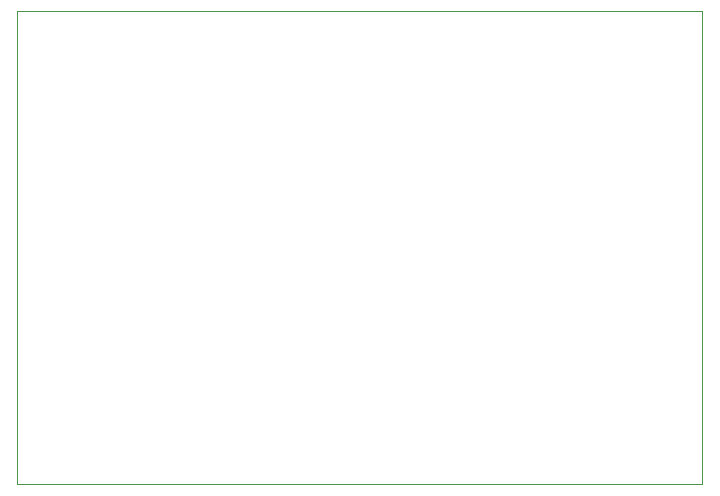
<source format=gbr>
%TF.GenerationSoftware,KiCad,Pcbnew,8.0.1*%
%TF.CreationDate,2024-03-25T00:54:51+02:00*%
%TF.ProjectId,3088,33303838-2e6b-4696-9361-645f70636258,rev?*%
%TF.SameCoordinates,Original*%
%TF.FileFunction,Profile,NP*%
%FSLAX46Y46*%
G04 Gerber Fmt 4.6, Leading zero omitted, Abs format (unit mm)*
G04 Created by KiCad (PCBNEW 8.0.1) date 2024-03-25 00:54:51*
%MOMM*%
%LPD*%
G01*
G04 APERTURE LIST*
%TA.AperFunction,Profile*%
%ADD10C,0.050000*%
%TD*%
G04 APERTURE END LIST*
D10*
X114000000Y-89500000D02*
X114000000Y-49500000D01*
X172000000Y-89500000D02*
X114000000Y-89500000D01*
X172000000Y-49500000D02*
X172000000Y-89500000D01*
X114000000Y-49500000D02*
X172000000Y-49500000D01*
M02*

</source>
